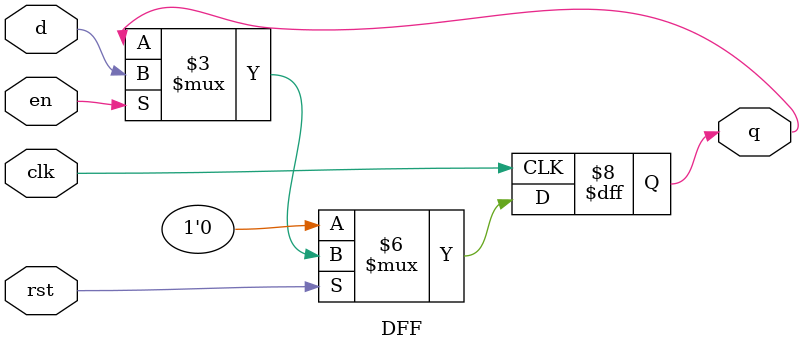
<source format=v>
`timescale 1ns / 1ps

module DFF(
    input clk, d, rst, en,
    output reg q
    );

    always @ (posedge clk) begin
        if (!rst)
            q <= 0;
        else if (en)
            q <= d;
    end

endmodule
</source>
